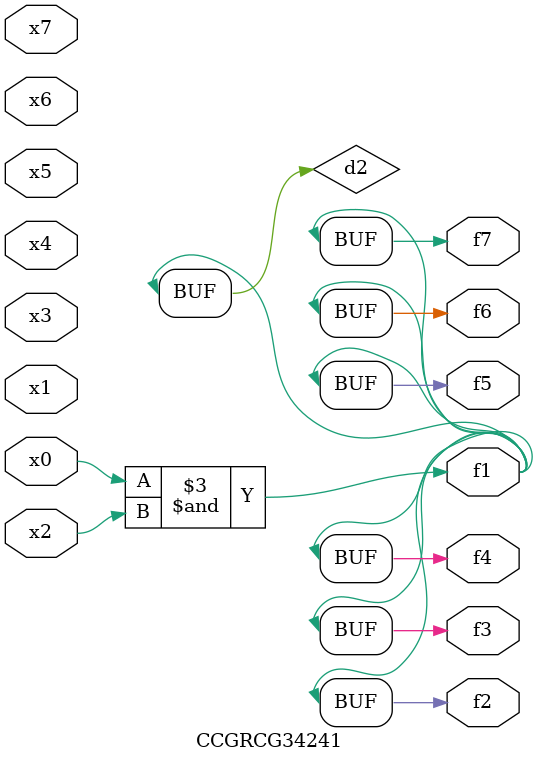
<source format=v>
module CCGRCG34241(
	input x0, x1, x2, x3, x4, x5, x6, x7,
	output f1, f2, f3, f4, f5, f6, f7
);

	wire d1, d2;

	nor (d1, x3, x6);
	and (d2, x0, x2);
	assign f1 = d2;
	assign f2 = d2;
	assign f3 = d2;
	assign f4 = d2;
	assign f5 = d2;
	assign f6 = d2;
	assign f7 = d2;
endmodule

</source>
